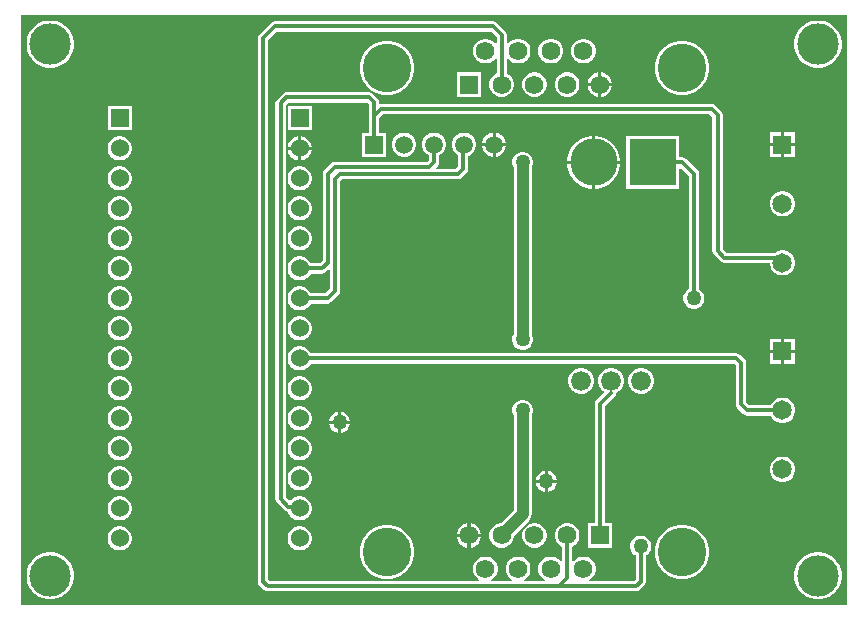
<source format=gbl>
G04*
G04 #@! TF.GenerationSoftware,Altium Limited,Altium Designer,22.8.2 (66)*
G04*
G04 Layer_Physical_Order=2*
G04 Layer_Color=16711680*
%FSLAX42Y42*%
%MOMM*%
G71*
G04*
G04 #@! TF.SameCoordinates,BE524959-8ACB-43EF-997A-26B96313BF78*
G04*
G04*
G04 #@! TF.FilePolarity,Positive*
G04*
G01*
G75*
%ADD35C,0.35*%
%ADD36C,1.00*%
%ADD37C,1.58*%
%ADD38R,4.00X4.00*%
%ADD39C,4.00*%
%ADD40C,3.50*%
%ADD41R,1.65X1.65*%
%ADD42C,1.65*%
%ADD43R,1.58X1.58*%
%ADD44C,4.12*%
%ADD45C,1.53*%
%ADD46R,1.53X1.53*%
%ADD47R,1.51X1.51*%
%ADD48C,1.51*%
%ADD49C,1.68*%
%ADD50C,1.27*%
G36*
X7000D02*
X0D01*
Y5000D01*
X7000D01*
Y0D01*
D02*
G37*
%LPC*%
G36*
X4000Y4944D02*
X2150D01*
X2133Y4940D01*
X2119Y4931D01*
X2019Y4831D01*
X2010Y4817D01*
X2006Y4800D01*
Y200D01*
X2010Y183D01*
X2019Y169D01*
X2059Y129D01*
X2073Y120D01*
X2090Y117D01*
X5210D01*
X5227Y120D01*
X5241Y129D01*
X5281Y169D01*
X5290Y183D01*
X5294Y200D01*
Y423D01*
X5305Y429D01*
X5321Y445D01*
X5333Y466D01*
X5339Y488D01*
Y512D01*
X5333Y534D01*
X5321Y555D01*
X5305Y571D01*
X5284Y583D01*
X5262Y589D01*
X5238D01*
X5216Y583D01*
X5195Y571D01*
X5179Y555D01*
X5167Y534D01*
X5161Y512D01*
Y488D01*
X5167Y466D01*
X5179Y445D01*
X5195Y429D01*
X5206Y423D01*
Y218D01*
X5192Y204D01*
X4819D01*
X4816Y217D01*
X4829Y225D01*
X4849Y244D01*
X4863Y268D01*
X4870Y294D01*
Y322D01*
X4863Y348D01*
X4849Y372D01*
X4829Y391D01*
X4806Y405D01*
X4779Y412D01*
X4752D01*
X4725Y405D01*
X4702Y391D01*
X4683Y373D01*
X4671Y375D01*
Y497D01*
X4691Y509D01*
X4710Y528D01*
X4724Y552D01*
X4731Y578D01*
Y606D01*
X4724Y632D01*
X4710Y656D01*
X4691Y675D01*
X4667Y689D01*
X4641Y696D01*
X4613D01*
X4587Y689D01*
X4563Y675D01*
X4544Y656D01*
X4530Y632D01*
X4523Y606D01*
Y578D01*
X4530Y552D01*
X4544Y528D01*
X4563Y509D01*
X4583Y497D01*
Y375D01*
X4571Y373D01*
X4552Y391D01*
X4529Y405D01*
X4502Y412D01*
X4475D01*
X4448Y405D01*
X4425Y391D01*
X4405Y372D01*
X4391Y348D01*
X4384Y322D01*
Y294D01*
X4391Y268D01*
X4405Y244D01*
X4425Y225D01*
X4438Y217D01*
X4435Y204D01*
X4265D01*
X4262Y217D01*
X4275Y225D01*
X4295Y244D01*
X4309Y268D01*
X4316Y294D01*
Y322D01*
X4309Y348D01*
X4295Y372D01*
X4275Y391D01*
X4252Y405D01*
X4225Y412D01*
X4198D01*
X4171Y405D01*
X4148Y391D01*
X4128Y372D01*
X4114Y348D01*
X4107Y322D01*
Y294D01*
X4114Y268D01*
X4128Y244D01*
X4148Y225D01*
X4161Y217D01*
X4158Y204D01*
X3988D01*
X3985Y217D01*
X3998Y225D01*
X4018Y244D01*
X4032Y268D01*
X4039Y294D01*
Y322D01*
X4032Y348D01*
X4018Y372D01*
X3998Y391D01*
X3975Y405D01*
X3948Y412D01*
X3921D01*
X3894Y405D01*
X3871Y391D01*
X3851Y372D01*
X3837Y348D01*
X3830Y322D01*
Y294D01*
X3837Y268D01*
X3851Y244D01*
X3871Y225D01*
X3884Y217D01*
X3881Y204D01*
X2108D01*
X2094Y218D01*
Y4782D01*
X2168Y4856D01*
X3982D01*
X4029Y4809D01*
Y4759D01*
X4017Y4757D01*
X3998Y4775D01*
X3975Y4789D01*
X3948Y4796D01*
X3921D01*
X3894Y4789D01*
X3871Y4775D01*
X3851Y4756D01*
X3837Y4732D01*
X3830Y4706D01*
Y4678D01*
X3837Y4652D01*
X3851Y4628D01*
X3871Y4609D01*
X3894Y4595D01*
X3921Y4588D01*
X3948D01*
X3975Y4595D01*
X3998Y4609D01*
X4017Y4627D01*
X4029Y4625D01*
Y4503D01*
X4009Y4491D01*
X3990Y4472D01*
X3976Y4448D01*
X3969Y4422D01*
Y4394D01*
X3976Y4368D01*
X3990Y4344D01*
X4009Y4325D01*
X4033Y4311D01*
X4059Y4304D01*
X4087D01*
X4113Y4311D01*
X4137Y4325D01*
X4156Y4344D01*
X4170Y4368D01*
X4177Y4394D01*
Y4422D01*
X4170Y4448D01*
X4156Y4472D01*
X4137Y4491D01*
X4117Y4503D01*
Y4625D01*
X4129Y4627D01*
X4148Y4609D01*
X4171Y4595D01*
X4198Y4588D01*
X4225D01*
X4252Y4595D01*
X4275Y4609D01*
X4295Y4628D01*
X4309Y4652D01*
X4316Y4678D01*
Y4706D01*
X4309Y4732D01*
X4295Y4756D01*
X4275Y4775D01*
X4252Y4789D01*
X4225Y4796D01*
X4198D01*
X4171Y4789D01*
X4148Y4775D01*
X4129Y4757D01*
X4117Y4759D01*
Y4827D01*
X4113Y4844D01*
X4104Y4858D01*
X4031Y4931D01*
X4017Y4940D01*
X4000Y4944D01*
D02*
G37*
G36*
X4779Y4796D02*
X4752D01*
X4725Y4789D01*
X4702Y4775D01*
X4682Y4756D01*
X4668Y4732D01*
X4661Y4706D01*
Y4678D01*
X4668Y4652D01*
X4682Y4628D01*
X4702Y4609D01*
X4725Y4595D01*
X4752Y4588D01*
X4779D01*
X4806Y4595D01*
X4829Y4609D01*
X4849Y4628D01*
X4863Y4652D01*
X4870Y4678D01*
Y4706D01*
X4863Y4732D01*
X4849Y4756D01*
X4829Y4775D01*
X4806Y4789D01*
X4779Y4796D01*
D02*
G37*
G36*
X4502D02*
X4475D01*
X4448Y4789D01*
X4425Y4775D01*
X4405Y4756D01*
X4391Y4732D01*
X4384Y4706D01*
Y4678D01*
X4391Y4652D01*
X4405Y4628D01*
X4425Y4609D01*
X4448Y4595D01*
X4475Y4588D01*
X4502D01*
X4529Y4595D01*
X4552Y4609D01*
X4572Y4628D01*
X4586Y4652D01*
X4593Y4678D01*
Y4706D01*
X4586Y4732D01*
X4572Y4756D01*
X4552Y4775D01*
X4529Y4789D01*
X4502Y4796D01*
D02*
G37*
G36*
X6770Y4950D02*
X6730D01*
X6692Y4943D01*
X6655Y4928D01*
X6622Y4906D01*
X6594Y4878D01*
X6572Y4845D01*
X6557Y4808D01*
X6550Y4770D01*
Y4730D01*
X6557Y4692D01*
X6572Y4655D01*
X6594Y4622D01*
X6622Y4594D01*
X6655Y4572D01*
X6692Y4557D01*
X6730Y4550D01*
X6770D01*
X6808Y4557D01*
X6845Y4572D01*
X6878Y4594D01*
X6906Y4622D01*
X6928Y4655D01*
X6943Y4692D01*
X6950Y4730D01*
Y4770D01*
X6943Y4808D01*
X6928Y4845D01*
X6906Y4878D01*
X6878Y4906D01*
X6845Y4928D01*
X6808Y4943D01*
X6770Y4950D01*
D02*
G37*
G36*
X270D02*
X230D01*
X192Y4943D01*
X155Y4928D01*
X122Y4906D01*
X94Y4878D01*
X72Y4845D01*
X57Y4808D01*
X50Y4770D01*
Y4730D01*
X57Y4692D01*
X72Y4655D01*
X94Y4622D01*
X122Y4594D01*
X155Y4572D01*
X192Y4557D01*
X230Y4550D01*
X270D01*
X308Y4557D01*
X345Y4572D01*
X378Y4594D01*
X406Y4622D01*
X428Y4655D01*
X443Y4692D01*
X450Y4730D01*
Y4770D01*
X443Y4808D01*
X428Y4845D01*
X406Y4878D01*
X378Y4906D01*
X345Y4928D01*
X308Y4943D01*
X270Y4950D01*
D02*
G37*
G36*
X4918Y4512D02*
X4917D01*
Y4421D01*
X5008D01*
Y4422D01*
X5001Y4448D01*
X4987Y4472D01*
X4968Y4491D01*
X4944Y4505D01*
X4918Y4512D01*
D02*
G37*
G36*
X4891D02*
X4890D01*
X4864Y4505D01*
X4840Y4491D01*
X4821Y4472D01*
X4807Y4448D01*
X4800Y4422D01*
Y4421D01*
X4891D01*
Y4512D01*
D02*
G37*
G36*
X5622Y4781D02*
X5577D01*
X5532Y4772D01*
X5490Y4755D01*
X5452Y4730D01*
X5420Y4697D01*
X5395Y4660D01*
X5377Y4617D01*
X5368Y4573D01*
Y4527D01*
X5377Y4483D01*
X5395Y4440D01*
X5420Y4403D01*
X5452Y4370D01*
X5490Y4345D01*
X5532Y4328D01*
X5577Y4319D01*
X5622D01*
X5667Y4328D01*
X5709Y4345D01*
X5747Y4370D01*
X5779Y4403D01*
X5804Y4440D01*
X5822Y4483D01*
X5831Y4527D01*
Y4573D01*
X5822Y4617D01*
X5804Y4660D01*
X5779Y4697D01*
X5747Y4730D01*
X5709Y4755D01*
X5667Y4772D01*
X5622Y4781D01*
D02*
G37*
G36*
X3123D02*
X3078D01*
X3033Y4772D01*
X2991Y4755D01*
X2953Y4730D01*
X2921Y4697D01*
X2896Y4660D01*
X2878Y4617D01*
X2869Y4573D01*
Y4527D01*
X2878Y4483D01*
X2896Y4440D01*
X2921Y4403D01*
X2953Y4370D01*
X2991Y4345D01*
X3033Y4328D01*
X3078Y4319D01*
X3123D01*
X3168Y4328D01*
X3210Y4345D01*
X3248Y4370D01*
X3280Y4403D01*
X3305Y4440D01*
X3323Y4483D01*
X3332Y4527D01*
Y4573D01*
X3323Y4617D01*
X3305Y4660D01*
X3280Y4697D01*
X3248Y4730D01*
X3210Y4755D01*
X3168Y4772D01*
X3123Y4781D01*
D02*
G37*
G36*
X5008Y4395D02*
X4917D01*
Y4304D01*
X4918D01*
X4944Y4311D01*
X4968Y4325D01*
X4987Y4344D01*
X5001Y4368D01*
X5008Y4394D01*
Y4395D01*
D02*
G37*
G36*
X4891D02*
X4800D01*
Y4394D01*
X4807Y4368D01*
X4821Y4344D01*
X4840Y4325D01*
X4864Y4311D01*
X4890Y4304D01*
X4891D01*
Y4395D01*
D02*
G37*
G36*
X4641Y4512D02*
X4613D01*
X4587Y4505D01*
X4563Y4491D01*
X4544Y4472D01*
X4530Y4448D01*
X4523Y4422D01*
Y4394D01*
X4530Y4368D01*
X4544Y4344D01*
X4563Y4325D01*
X4587Y4311D01*
X4613Y4304D01*
X4641D01*
X4667Y4311D01*
X4691Y4325D01*
X4710Y4344D01*
X4724Y4368D01*
X4731Y4394D01*
Y4422D01*
X4724Y4448D01*
X4710Y4472D01*
X4691Y4491D01*
X4667Y4505D01*
X4641Y4512D01*
D02*
G37*
G36*
X4364D02*
X4336D01*
X4310Y4505D01*
X4286Y4491D01*
X4267Y4472D01*
X4253Y4448D01*
X4246Y4422D01*
Y4394D01*
X4253Y4368D01*
X4267Y4344D01*
X4286Y4325D01*
X4310Y4311D01*
X4336Y4304D01*
X4364D01*
X4390Y4311D01*
X4414Y4325D01*
X4433Y4344D01*
X4447Y4368D01*
X4454Y4394D01*
Y4422D01*
X4447Y4448D01*
X4433Y4472D01*
X4414Y4491D01*
X4390Y4505D01*
X4364Y4512D01*
D02*
G37*
G36*
X3900D02*
X3692D01*
Y4304D01*
X3900D01*
Y4512D01*
D02*
G37*
G36*
X2464Y4223D02*
X2260D01*
Y4020D01*
X2464D01*
Y4223D01*
D02*
G37*
G36*
X940D02*
X736D01*
Y4020D01*
X940D01*
Y4223D01*
D02*
G37*
G36*
X4021Y4001D02*
X4021D01*
Y3913D01*
X4109D01*
Y3913D01*
X4102Y3939D01*
X4089Y3962D01*
X4070Y3981D01*
X4047Y3994D01*
X4021Y4001D01*
D02*
G37*
G36*
X3995D02*
X3995D01*
X3969Y3994D01*
X3946Y3981D01*
X3927Y3962D01*
X3914Y3939D01*
X3907Y3913D01*
Y3913D01*
X3995D01*
Y4001D01*
D02*
G37*
G36*
X6558Y4008D02*
X6463D01*
Y3913D01*
X6558D01*
Y4008D01*
D02*
G37*
G36*
X6437D02*
X6342D01*
Y3913D01*
X6437D01*
Y4008D01*
D02*
G37*
G36*
X2375Y3969D02*
X2375D01*
Y3880D01*
X2464D01*
Y3881D01*
X2457Y3907D01*
X2444Y3930D01*
X2425Y3949D01*
X2401Y3962D01*
X2375Y3969D01*
D02*
G37*
G36*
X2349D02*
X2349D01*
X2323Y3962D01*
X2299Y3949D01*
X2280Y3930D01*
X2267Y3907D01*
X2260Y3881D01*
Y3880D01*
X2349D01*
Y3969D01*
D02*
G37*
G36*
X4109Y3887D02*
X4021D01*
Y3799D01*
X4021D01*
X4047Y3806D01*
X4070Y3819D01*
X4089Y3838D01*
X4102Y3861D01*
X4109Y3887D01*
Y3887D01*
D02*
G37*
G36*
X3995D02*
X3907D01*
Y3887D01*
X3914Y3861D01*
X3927Y3838D01*
X3946Y3819D01*
X3969Y3806D01*
X3995Y3799D01*
X3995D01*
Y3887D01*
D02*
G37*
G36*
X3259Y4001D02*
X3233D01*
X3207Y3994D01*
X3184Y3981D01*
X3165Y3962D01*
X3152Y3939D01*
X3145Y3913D01*
Y3887D01*
X3152Y3861D01*
X3165Y3838D01*
X3184Y3819D01*
X3207Y3806D01*
X3233Y3799D01*
X3259D01*
X3285Y3806D01*
X3308Y3819D01*
X3327Y3838D01*
X3340Y3861D01*
X3347Y3887D01*
Y3913D01*
X3340Y3939D01*
X3327Y3962D01*
X3308Y3981D01*
X3285Y3994D01*
X3259Y4001D01*
D02*
G37*
G36*
X6558Y3887D02*
X6463D01*
Y3792D01*
X6558D01*
Y3887D01*
D02*
G37*
G36*
X6437D02*
X6342D01*
Y3792D01*
X6437D01*
Y3887D01*
D02*
G37*
G36*
X2464Y3855D02*
X2375D01*
Y3766D01*
X2375D01*
X2401Y3773D01*
X2425Y3786D01*
X2444Y3805D01*
X2457Y3828D01*
X2464Y3854D01*
Y3855D01*
D02*
G37*
G36*
X2349D02*
X2260D01*
Y3854D01*
X2267Y3828D01*
X2280Y3805D01*
X2299Y3786D01*
X2323Y3773D01*
X2349Y3766D01*
X2349D01*
Y3855D01*
D02*
G37*
G36*
X851Y3969D02*
X825D01*
X799Y3962D01*
X775Y3949D01*
X756Y3930D01*
X743Y3907D01*
X736Y3881D01*
Y3854D01*
X743Y3828D01*
X756Y3805D01*
X775Y3786D01*
X799Y3773D01*
X825Y3766D01*
X851D01*
X877Y3773D01*
X901Y3786D01*
X920Y3805D01*
X933Y3828D01*
X940Y3854D01*
Y3881D01*
X933Y3907D01*
X920Y3930D01*
X901Y3949D01*
X877Y3962D01*
X851Y3969D01*
D02*
G37*
G36*
X4872Y3975D02*
X4863D01*
Y3763D01*
X5075D01*
Y3772D01*
X5067Y3816D01*
X5050Y3857D01*
X5025Y3894D01*
X4994Y3925D01*
X4957Y3950D01*
X4916Y3967D01*
X4872Y3975D01*
D02*
G37*
G36*
X4837D02*
X4828D01*
X4784Y3967D01*
X4743Y3950D01*
X4706Y3925D01*
X4675Y3894D01*
X4650Y3857D01*
X4633Y3816D01*
X4625Y3772D01*
Y3763D01*
X4837D01*
Y3975D01*
D02*
G37*
G36*
X3767Y4001D02*
X3741D01*
X3715Y3994D01*
X3692Y3981D01*
X3673Y3962D01*
X3660Y3939D01*
X3653Y3913D01*
Y3887D01*
X3660Y3861D01*
X3673Y3838D01*
X3692Y3819D01*
X3703Y3813D01*
Y3715D01*
X3682Y3694D01*
X3522D01*
X3517Y3705D01*
X3531Y3719D01*
X3540Y3733D01*
X3544Y3750D01*
Y3809D01*
X3562Y3819D01*
X3581Y3838D01*
X3594Y3861D01*
X3601Y3887D01*
Y3913D01*
X3594Y3939D01*
X3581Y3962D01*
X3562Y3981D01*
X3539Y3994D01*
X3513Y4001D01*
X3487D01*
X3461Y3994D01*
X3438Y3981D01*
X3419Y3962D01*
X3406Y3939D01*
X3399Y3913D01*
Y3887D01*
X3406Y3861D01*
X3419Y3838D01*
X3438Y3819D01*
X3456Y3809D01*
Y3768D01*
X3442Y3754D01*
X2660D01*
X2644Y3751D01*
X2629Y3741D01*
X2569Y3681D01*
X2560Y3667D01*
X2556Y3650D01*
Y2918D01*
X2533Y2895D01*
X2454D01*
X2444Y2914D01*
X2425Y2933D01*
X2401Y2946D01*
X2375Y2953D01*
X2349D01*
X2323Y2946D01*
X2299Y2933D01*
X2280Y2914D01*
X2267Y2891D01*
X2260Y2865D01*
Y2838D01*
X2267Y2812D01*
X2280Y2789D01*
X2299Y2770D01*
X2323Y2757D01*
X2349Y2750D01*
X2375D01*
X2401Y2757D01*
X2425Y2770D01*
X2444Y2789D01*
X2454Y2808D01*
X2551D01*
X2568Y2811D01*
X2582Y2821D01*
X2605Y2843D01*
X2617Y2838D01*
Y2679D01*
X2579Y2641D01*
X2454D01*
X2444Y2660D01*
X2425Y2679D01*
X2401Y2692D01*
X2375Y2699D01*
X2349D01*
X2323Y2692D01*
X2299Y2679D01*
X2280Y2660D01*
X2267Y2637D01*
X2260Y2611D01*
Y2584D01*
X2267Y2558D01*
X2280Y2535D01*
X2299Y2516D01*
X2323Y2503D01*
X2349Y2496D01*
X2375D01*
X2401Y2503D01*
X2425Y2516D01*
X2444Y2535D01*
X2454Y2554D01*
X2598D01*
X2614Y2557D01*
X2628Y2567D01*
X2691Y2629D01*
X2701Y2644D01*
X2704Y2660D01*
Y3592D01*
X2718Y3606D01*
X3700D01*
X3717Y3610D01*
X3731Y3619D01*
X3777Y3666D01*
X3787Y3680D01*
X3790Y3697D01*
Y3805D01*
X3793Y3806D01*
X3816Y3819D01*
X3835Y3838D01*
X3848Y3861D01*
X3855Y3887D01*
Y3913D01*
X3848Y3939D01*
X3835Y3962D01*
X3816Y3981D01*
X3793Y3994D01*
X3767Y4001D01*
D02*
G37*
G36*
X5075Y3737D02*
X4863D01*
Y3525D01*
X4872D01*
X4916Y3533D01*
X4957Y3550D01*
X4994Y3575D01*
X5025Y3606D01*
X5050Y3643D01*
X5067Y3684D01*
X5075Y3728D01*
Y3737D01*
D02*
G37*
G36*
X4837D02*
X4625D01*
Y3728D01*
X4633Y3684D01*
X4650Y3643D01*
X4675Y3606D01*
X4706Y3575D01*
X4743Y3550D01*
X4784Y3533D01*
X4828Y3525D01*
X4837D01*
Y3737D01*
D02*
G37*
G36*
X2375Y3715D02*
X2349D01*
X2323Y3708D01*
X2299Y3695D01*
X2280Y3676D01*
X2267Y3653D01*
X2260Y3627D01*
Y3600D01*
X2267Y3574D01*
X2280Y3551D01*
X2299Y3532D01*
X2323Y3519D01*
X2349Y3512D01*
X2375D01*
X2401Y3519D01*
X2425Y3532D01*
X2444Y3551D01*
X2457Y3574D01*
X2464Y3600D01*
Y3627D01*
X2457Y3653D01*
X2444Y3676D01*
X2425Y3695D01*
X2401Y3708D01*
X2375Y3715D01*
D02*
G37*
G36*
X851D02*
X825D01*
X799Y3708D01*
X775Y3695D01*
X756Y3676D01*
X743Y3653D01*
X736Y3627D01*
Y3600D01*
X743Y3574D01*
X756Y3551D01*
X775Y3532D01*
X799Y3519D01*
X825Y3512D01*
X851D01*
X877Y3519D01*
X901Y3532D01*
X920Y3551D01*
X933Y3574D01*
X940Y3600D01*
Y3627D01*
X933Y3653D01*
X920Y3676D01*
X901Y3695D01*
X877Y3708D01*
X851Y3715D01*
D02*
G37*
G36*
X6464Y3508D02*
X6436D01*
X6408Y3501D01*
X6384Y3486D01*
X6364Y3466D01*
X6349Y3442D01*
X6342Y3414D01*
Y3386D01*
X6349Y3358D01*
X6364Y3334D01*
X6384Y3314D01*
X6408Y3299D01*
X6436Y3292D01*
X6464D01*
X6492Y3299D01*
X6516Y3314D01*
X6536Y3334D01*
X6551Y3358D01*
X6558Y3386D01*
Y3414D01*
X6551Y3442D01*
X6536Y3466D01*
X6516Y3486D01*
X6492Y3501D01*
X6464Y3508D01*
D02*
G37*
G36*
X2375Y3461D02*
X2349D01*
X2323Y3454D01*
X2299Y3441D01*
X2280Y3422D01*
X2267Y3399D01*
X2260Y3373D01*
Y3346D01*
X2267Y3320D01*
X2280Y3297D01*
X2299Y3278D01*
X2323Y3265D01*
X2349Y3258D01*
X2375D01*
X2401Y3265D01*
X2425Y3278D01*
X2444Y3297D01*
X2457Y3320D01*
X2464Y3346D01*
Y3373D01*
X2457Y3399D01*
X2444Y3422D01*
X2425Y3441D01*
X2401Y3454D01*
X2375Y3461D01*
D02*
G37*
G36*
X851D02*
X825D01*
X799Y3454D01*
X775Y3441D01*
X756Y3422D01*
X743Y3399D01*
X736Y3373D01*
Y3346D01*
X743Y3320D01*
X756Y3297D01*
X775Y3278D01*
X799Y3265D01*
X825Y3258D01*
X851D01*
X877Y3265D01*
X901Y3278D01*
X920Y3297D01*
X933Y3320D01*
X940Y3346D01*
Y3373D01*
X933Y3399D01*
X920Y3422D01*
X901Y3441D01*
X877Y3454D01*
X851Y3461D01*
D02*
G37*
G36*
X2375Y3207D02*
X2349D01*
X2323Y3200D01*
X2299Y3187D01*
X2280Y3168D01*
X2267Y3145D01*
X2260Y3119D01*
Y3092D01*
X2267Y3066D01*
X2280Y3043D01*
X2299Y3024D01*
X2323Y3011D01*
X2349Y3004D01*
X2375D01*
X2401Y3011D01*
X2425Y3024D01*
X2444Y3043D01*
X2457Y3066D01*
X2464Y3092D01*
Y3119D01*
X2457Y3145D01*
X2444Y3168D01*
X2425Y3187D01*
X2401Y3200D01*
X2375Y3207D01*
D02*
G37*
G36*
X851D02*
X825D01*
X799Y3200D01*
X775Y3187D01*
X756Y3168D01*
X743Y3145D01*
X736Y3119D01*
Y3092D01*
X743Y3066D01*
X756Y3043D01*
X775Y3024D01*
X799Y3011D01*
X825Y3004D01*
X851D01*
X877Y3011D01*
X901Y3024D01*
X920Y3043D01*
X933Y3066D01*
X940Y3092D01*
Y3119D01*
X933Y3145D01*
X920Y3168D01*
X901Y3187D01*
X877Y3200D01*
X851Y3207D01*
D02*
G37*
G36*
X2950Y4344D02*
X2250D01*
X2233Y4340D01*
X2219Y4331D01*
X2169Y4281D01*
X2160Y4267D01*
X2156Y4250D01*
Y900D01*
X2160Y883D01*
X2169Y869D01*
X2234Y804D01*
X2248Y795D01*
X2264Y791D01*
X2267Y780D01*
X2280Y757D01*
X2299Y738D01*
X2323Y725D01*
X2349Y718D01*
X2375D01*
X2401Y725D01*
X2425Y738D01*
X2444Y757D01*
X2457Y780D01*
X2464Y806D01*
Y833D01*
X2457Y859D01*
X2444Y882D01*
X2425Y901D01*
X2401Y914D01*
X2375Y921D01*
X2349D01*
X2323Y914D01*
X2299Y901D01*
X2289Y891D01*
X2271Y891D01*
X2244Y918D01*
Y4232D01*
X2268Y4256D01*
X2932D01*
X2948Y4240D01*
Y4142D01*
Y4001D01*
X2891D01*
Y3799D01*
X3093D01*
Y4001D01*
X3036D01*
Y4124D01*
X3068Y4156D01*
X5832D01*
X5856Y4132D01*
Y3000D01*
X5860Y2983D01*
X5869Y2969D01*
X5927Y2911D01*
X5941Y2902D01*
X5958Y2898D01*
X6342D01*
Y2886D01*
X6349Y2858D01*
X6364Y2834D01*
X6384Y2814D01*
X6408Y2799D01*
X6436Y2792D01*
X6464D01*
X6492Y2799D01*
X6516Y2814D01*
X6536Y2834D01*
X6551Y2858D01*
X6558Y2886D01*
Y2914D01*
X6551Y2942D01*
X6536Y2966D01*
X6516Y2986D01*
X6492Y3001D01*
X6464Y3008D01*
X6436D01*
X6408Y3001D01*
X6384Y2986D01*
X6383Y2986D01*
X5976D01*
X5944Y3018D01*
Y4150D01*
X5940Y4167D01*
X5931Y4181D01*
X5881Y4231D01*
X5867Y4240D01*
X5850Y4244D01*
X3050D01*
X3046Y4243D01*
X3036Y4251D01*
Y4258D01*
X3032Y4275D01*
X3023Y4289D01*
X2981Y4331D01*
X2967Y4340D01*
X2950Y4344D01*
D02*
G37*
G36*
X851Y2953D02*
X825D01*
X799Y2946D01*
X775Y2933D01*
X756Y2914D01*
X743Y2891D01*
X736Y2865D01*
Y2838D01*
X743Y2812D01*
X756Y2789D01*
X775Y2770D01*
X799Y2757D01*
X825Y2750D01*
X851D01*
X877Y2757D01*
X901Y2770D01*
X920Y2789D01*
X933Y2812D01*
X940Y2838D01*
Y2865D01*
X933Y2891D01*
X920Y2914D01*
X901Y2933D01*
X877Y2946D01*
X851Y2953D01*
D02*
G37*
G36*
X5575Y3975D02*
X5125D01*
Y3525D01*
X5575D01*
Y3695D01*
X5588Y3700D01*
X5656Y3632D01*
Y2677D01*
X5645Y2671D01*
X5629Y2655D01*
X5617Y2634D01*
X5611Y2612D01*
Y2588D01*
X5617Y2566D01*
X5629Y2545D01*
X5645Y2529D01*
X5666Y2517D01*
X5688Y2511D01*
X5712D01*
X5734Y2517D01*
X5755Y2529D01*
X5771Y2545D01*
X5783Y2566D01*
X5789Y2588D01*
Y2612D01*
X5783Y2634D01*
X5771Y2655D01*
X5755Y2671D01*
X5744Y2677D01*
Y3650D01*
X5740Y3667D01*
X5731Y3681D01*
X5631Y3781D01*
X5617Y3790D01*
X5600Y3794D01*
X5575D01*
Y3975D01*
D02*
G37*
G36*
X851Y2699D02*
X825D01*
X799Y2692D01*
X775Y2679D01*
X756Y2660D01*
X743Y2637D01*
X736Y2611D01*
Y2584D01*
X743Y2558D01*
X756Y2535D01*
X775Y2516D01*
X799Y2503D01*
X825Y2496D01*
X851D01*
X877Y2503D01*
X901Y2516D01*
X920Y2535D01*
X933Y2558D01*
X940Y2584D01*
Y2611D01*
X933Y2637D01*
X920Y2660D01*
X901Y2679D01*
X877Y2692D01*
X851Y2699D01*
D02*
G37*
G36*
X2375Y2445D02*
X2349D01*
X2323Y2438D01*
X2299Y2425D01*
X2280Y2406D01*
X2267Y2383D01*
X2260Y2357D01*
Y2330D01*
X2267Y2304D01*
X2280Y2281D01*
X2299Y2262D01*
X2323Y2249D01*
X2349Y2242D01*
X2375D01*
X2401Y2249D01*
X2425Y2262D01*
X2444Y2281D01*
X2457Y2304D01*
X2464Y2330D01*
Y2357D01*
X2457Y2383D01*
X2444Y2406D01*
X2425Y2425D01*
X2401Y2438D01*
X2375Y2445D01*
D02*
G37*
G36*
X851D02*
X825D01*
X799Y2438D01*
X775Y2425D01*
X756Y2406D01*
X743Y2383D01*
X736Y2357D01*
Y2330D01*
X743Y2304D01*
X756Y2281D01*
X775Y2262D01*
X799Y2249D01*
X825Y2242D01*
X851D01*
X877Y2249D01*
X901Y2262D01*
X920Y2281D01*
X933Y2304D01*
X940Y2330D01*
Y2357D01*
X933Y2383D01*
X920Y2406D01*
X901Y2425D01*
X877Y2438D01*
X851Y2445D01*
D02*
G37*
G36*
X6558Y2258D02*
X6463D01*
Y2163D01*
X6558D01*
Y2258D01*
D02*
G37*
G36*
X6437D02*
X6342D01*
Y2163D01*
X6437D01*
Y2258D01*
D02*
G37*
G36*
X4262Y3839D02*
X4238D01*
X4216Y3833D01*
X4195Y3821D01*
X4179Y3805D01*
X4167Y3784D01*
X4161Y3762D01*
Y3738D01*
X4167Y3716D01*
X4174Y3704D01*
Y2296D01*
X4167Y2284D01*
X4161Y2262D01*
Y2238D01*
X4167Y2216D01*
X4179Y2195D01*
X4195Y2179D01*
X4216Y2167D01*
X4238Y2161D01*
X4262D01*
X4284Y2167D01*
X4305Y2179D01*
X4321Y2195D01*
X4333Y2216D01*
X4339Y2238D01*
Y2262D01*
X4333Y2284D01*
X4326Y2296D01*
Y3704D01*
X4333Y3716D01*
X4339Y3738D01*
Y3762D01*
X4333Y3784D01*
X4321Y3805D01*
X4305Y3821D01*
X4284Y3833D01*
X4262Y3839D01*
D02*
G37*
G36*
X6558Y2137D02*
X6463D01*
Y2042D01*
X6558D01*
Y2137D01*
D02*
G37*
G36*
X6437D02*
X6342D01*
Y2042D01*
X6437D01*
Y2137D01*
D02*
G37*
G36*
X851Y2191D02*
X825D01*
X799Y2184D01*
X775Y2171D01*
X756Y2152D01*
X743Y2129D01*
X736Y2103D01*
Y2076D01*
X743Y2050D01*
X756Y2027D01*
X775Y2008D01*
X799Y1995D01*
X825Y1988D01*
X851D01*
X877Y1995D01*
X901Y2008D01*
X920Y2027D01*
X933Y2050D01*
X940Y2076D01*
Y2103D01*
X933Y2129D01*
X920Y2152D01*
X901Y2171D01*
X877Y2184D01*
X851Y2191D01*
D02*
G37*
G36*
X5268Y2009D02*
X5240D01*
X5212Y2002D01*
X5187Y1987D01*
X5167Y1967D01*
X5152Y1942D01*
X5145Y1914D01*
Y1886D01*
X5152Y1858D01*
X5167Y1833D01*
X5187Y1813D01*
X5212Y1798D01*
X5240Y1791D01*
X5268D01*
X5296Y1798D01*
X5321Y1813D01*
X5341Y1833D01*
X5356Y1858D01*
X5363Y1886D01*
Y1914D01*
X5356Y1942D01*
X5341Y1967D01*
X5321Y1987D01*
X5296Y2002D01*
X5268Y2009D01*
D02*
G37*
G36*
X4760D02*
X4732D01*
X4704Y2002D01*
X4679Y1987D01*
X4659Y1967D01*
X4644Y1942D01*
X4637Y1914D01*
Y1886D01*
X4644Y1858D01*
X4659Y1833D01*
X4679Y1813D01*
X4704Y1798D01*
X4732Y1791D01*
X4760D01*
X4788Y1798D01*
X4813Y1813D01*
X4833Y1833D01*
X4848Y1858D01*
X4855Y1886D01*
Y1914D01*
X4848Y1942D01*
X4833Y1967D01*
X4813Y1987D01*
X4788Y2002D01*
X4760Y2009D01*
D02*
G37*
G36*
X2375Y1937D02*
X2349D01*
X2323Y1930D01*
X2299Y1917D01*
X2280Y1898D01*
X2267Y1875D01*
X2260Y1849D01*
Y1822D01*
X2267Y1796D01*
X2280Y1773D01*
X2299Y1754D01*
X2323Y1741D01*
X2349Y1734D01*
X2375D01*
X2401Y1741D01*
X2425Y1754D01*
X2444Y1773D01*
X2457Y1796D01*
X2464Y1822D01*
Y1849D01*
X2457Y1875D01*
X2444Y1898D01*
X2425Y1917D01*
X2401Y1930D01*
X2375Y1937D01*
D02*
G37*
G36*
X851D02*
X825D01*
X799Y1930D01*
X775Y1917D01*
X756Y1898D01*
X743Y1875D01*
X736Y1849D01*
Y1822D01*
X743Y1796D01*
X756Y1773D01*
X775Y1754D01*
X799Y1741D01*
X825Y1734D01*
X851D01*
X877Y1741D01*
X901Y1754D01*
X920Y1773D01*
X933Y1796D01*
X940Y1822D01*
Y1849D01*
X933Y1875D01*
X920Y1898D01*
X901Y1917D01*
X877Y1930D01*
X851Y1937D01*
D02*
G37*
G36*
X2713Y1639D02*
Y1563D01*
X2789D01*
X2783Y1584D01*
X2771Y1605D01*
X2755Y1621D01*
X2734Y1633D01*
X2713Y1639D01*
D02*
G37*
G36*
X2687D02*
X2666Y1633D01*
X2645Y1621D01*
X2629Y1605D01*
X2617Y1584D01*
X2611Y1563D01*
X2687D01*
Y1639D01*
D02*
G37*
G36*
X2375Y2191D02*
X2349D01*
X2323Y2184D01*
X2299Y2171D01*
X2280Y2152D01*
X2267Y2129D01*
X2260Y2103D01*
Y2076D01*
X2267Y2050D01*
X2280Y2027D01*
X2299Y2008D01*
X2323Y1995D01*
X2349Y1988D01*
X2375D01*
X2401Y1995D01*
X2425Y2008D01*
X2444Y2027D01*
X2454Y2046D01*
X6042D01*
X6056Y2032D01*
Y1700D01*
X6060Y1683D01*
X6069Y1669D01*
X6119Y1619D01*
X6133Y1610D01*
X6150Y1606D01*
X6351D01*
X6364Y1584D01*
X6384Y1564D01*
X6408Y1549D01*
X6436Y1542D01*
X6464D01*
X6492Y1549D01*
X6516Y1564D01*
X6536Y1584D01*
X6551Y1608D01*
X6558Y1636D01*
Y1664D01*
X6551Y1692D01*
X6536Y1716D01*
X6516Y1736D01*
X6492Y1751D01*
X6464Y1758D01*
X6436D01*
X6408Y1751D01*
X6384Y1736D01*
X6364Y1716D01*
X6351Y1694D01*
X6168D01*
X6144Y1718D01*
Y2050D01*
X6140Y2067D01*
X6131Y2081D01*
X6091Y2120D01*
X6077Y2130D01*
X6060Y2133D01*
X2454D01*
X2444Y2152D01*
X2425Y2171D01*
X2401Y2184D01*
X2375Y2191D01*
D02*
G37*
G36*
Y1683D02*
X2349D01*
X2323Y1676D01*
X2299Y1663D01*
X2280Y1644D01*
X2267Y1621D01*
X2260Y1595D01*
Y1568D01*
X2267Y1542D01*
X2280Y1519D01*
X2299Y1500D01*
X2323Y1487D01*
X2349Y1480D01*
X2375D01*
X2401Y1487D01*
X2425Y1500D01*
X2444Y1519D01*
X2457Y1542D01*
X2464Y1568D01*
Y1595D01*
X2457Y1621D01*
X2444Y1644D01*
X2425Y1663D01*
X2401Y1676D01*
X2375Y1683D01*
D02*
G37*
G36*
X851D02*
X825D01*
X799Y1676D01*
X775Y1663D01*
X756Y1644D01*
X743Y1621D01*
X736Y1595D01*
Y1568D01*
X743Y1542D01*
X756Y1519D01*
X775Y1500D01*
X799Y1487D01*
X825Y1480D01*
X851D01*
X877Y1487D01*
X901Y1500D01*
X920Y1519D01*
X933Y1542D01*
X940Y1568D01*
Y1595D01*
X933Y1621D01*
X920Y1644D01*
X901Y1663D01*
X877Y1676D01*
X851Y1683D01*
D02*
G37*
G36*
X2789Y1537D02*
X2713D01*
Y1461D01*
X2734Y1467D01*
X2755Y1479D01*
X2771Y1495D01*
X2783Y1516D01*
X2789Y1537D01*
D02*
G37*
G36*
X2687D02*
X2611D01*
X2617Y1516D01*
X2629Y1495D01*
X2645Y1479D01*
X2666Y1467D01*
X2687Y1461D01*
Y1537D01*
D02*
G37*
G36*
X2375Y1429D02*
X2349D01*
X2323Y1422D01*
X2299Y1409D01*
X2280Y1390D01*
X2267Y1367D01*
X2260Y1341D01*
Y1314D01*
X2267Y1288D01*
X2280Y1265D01*
X2299Y1246D01*
X2323Y1233D01*
X2349Y1226D01*
X2375D01*
X2401Y1233D01*
X2425Y1246D01*
X2444Y1265D01*
X2457Y1288D01*
X2464Y1314D01*
Y1341D01*
X2457Y1367D01*
X2444Y1390D01*
X2425Y1409D01*
X2401Y1422D01*
X2375Y1429D01*
D02*
G37*
G36*
X851D02*
X825D01*
X799Y1422D01*
X775Y1409D01*
X756Y1390D01*
X743Y1367D01*
X736Y1341D01*
Y1314D01*
X743Y1288D01*
X756Y1265D01*
X775Y1246D01*
X799Y1233D01*
X825Y1226D01*
X851D01*
X877Y1233D01*
X901Y1246D01*
X920Y1265D01*
X933Y1288D01*
X940Y1314D01*
Y1341D01*
X933Y1367D01*
X920Y1390D01*
X901Y1409D01*
X877Y1422D01*
X851Y1429D01*
D02*
G37*
G36*
X4463Y1139D02*
Y1063D01*
X4539D01*
X4533Y1084D01*
X4521Y1105D01*
X4505Y1121D01*
X4484Y1133D01*
X4463Y1139D01*
D02*
G37*
G36*
X4437D02*
X4416Y1133D01*
X4395Y1121D01*
X4379Y1105D01*
X4367Y1084D01*
X4361Y1063D01*
X4437D01*
Y1139D01*
D02*
G37*
G36*
X6464Y1258D02*
X6436D01*
X6408Y1251D01*
X6384Y1236D01*
X6364Y1216D01*
X6349Y1192D01*
X6342Y1164D01*
Y1136D01*
X6349Y1108D01*
X6364Y1084D01*
X6384Y1064D01*
X6408Y1049D01*
X6436Y1042D01*
X6464D01*
X6492Y1049D01*
X6516Y1064D01*
X6536Y1084D01*
X6551Y1108D01*
X6558Y1136D01*
Y1164D01*
X6551Y1192D01*
X6536Y1216D01*
X6516Y1236D01*
X6492Y1251D01*
X6464Y1258D01*
D02*
G37*
G36*
X2375Y1175D02*
X2349D01*
X2323Y1168D01*
X2299Y1155D01*
X2280Y1136D01*
X2267Y1113D01*
X2260Y1087D01*
Y1060D01*
X2267Y1034D01*
X2280Y1011D01*
X2299Y992D01*
X2323Y979D01*
X2349Y972D01*
X2375D01*
X2401Y979D01*
X2425Y992D01*
X2444Y1011D01*
X2457Y1034D01*
X2464Y1060D01*
Y1087D01*
X2457Y1113D01*
X2444Y1136D01*
X2425Y1155D01*
X2401Y1168D01*
X2375Y1175D01*
D02*
G37*
G36*
X851D02*
X825D01*
X799Y1168D01*
X775Y1155D01*
X756Y1136D01*
X743Y1113D01*
X736Y1087D01*
Y1060D01*
X743Y1034D01*
X756Y1011D01*
X775Y992D01*
X799Y979D01*
X825Y972D01*
X851D01*
X877Y979D01*
X901Y992D01*
X920Y1011D01*
X933Y1034D01*
X940Y1060D01*
Y1087D01*
X933Y1113D01*
X920Y1136D01*
X901Y1155D01*
X877Y1168D01*
X851Y1175D01*
D02*
G37*
G36*
X4539Y1037D02*
X4463D01*
Y961D01*
X4484Y967D01*
X4505Y979D01*
X4521Y995D01*
X4533Y1016D01*
X4539Y1037D01*
D02*
G37*
G36*
X4437D02*
X4361D01*
X4367Y1016D01*
X4379Y995D01*
X4395Y979D01*
X4416Y967D01*
X4437Y961D01*
Y1037D01*
D02*
G37*
G36*
X851Y921D02*
X825D01*
X799Y914D01*
X775Y901D01*
X756Y882D01*
X743Y859D01*
X736Y833D01*
Y806D01*
X743Y780D01*
X756Y757D01*
X775Y738D01*
X799Y725D01*
X825Y718D01*
X851D01*
X877Y725D01*
X901Y738D01*
X920Y757D01*
X933Y780D01*
X940Y806D01*
Y833D01*
X933Y859D01*
X920Y882D01*
X901Y901D01*
X877Y914D01*
X851Y921D01*
D02*
G37*
G36*
X3810Y696D02*
X3809D01*
Y605D01*
X3900D01*
Y606D01*
X3893Y632D01*
X3879Y656D01*
X3860Y675D01*
X3836Y689D01*
X3810Y696D01*
D02*
G37*
G36*
X3783D02*
X3782D01*
X3756Y689D01*
X3732Y675D01*
X3713Y656D01*
X3699Y632D01*
X3692Y606D01*
Y605D01*
X3783D01*
Y696D01*
D02*
G37*
G36*
X5014Y2009D02*
X4986D01*
X4958Y2002D01*
X4933Y1987D01*
X4913Y1967D01*
X4898Y1942D01*
X4891Y1914D01*
Y1886D01*
X4898Y1858D01*
X4913Y1833D01*
X4933Y1813D01*
X4936Y1811D01*
X4937Y1798D01*
X4873Y1734D01*
X4864Y1720D01*
X4860Y1703D01*
Y696D01*
X4800D01*
Y488D01*
X5008D01*
Y696D01*
X4948D01*
Y1685D01*
X5031Y1768D01*
X5040Y1782D01*
X5044Y1799D01*
X5067Y1813D01*
X5087Y1833D01*
X5102Y1858D01*
X5109Y1886D01*
Y1914D01*
X5102Y1942D01*
X5087Y1967D01*
X5067Y1987D01*
X5042Y2002D01*
X5014Y2009D01*
D02*
G37*
G36*
X4364Y696D02*
X4336D01*
X4310Y689D01*
X4286Y675D01*
X4267Y656D01*
X4253Y632D01*
X4246Y606D01*
Y578D01*
X4253Y552D01*
X4267Y528D01*
X4286Y509D01*
X4310Y495D01*
X4336Y488D01*
X4364D01*
X4390Y495D01*
X4414Y509D01*
X4433Y528D01*
X4447Y552D01*
X4454Y578D01*
Y606D01*
X4447Y632D01*
X4433Y656D01*
X4414Y675D01*
X4390Y689D01*
X4364Y696D01*
D02*
G37*
G36*
X4262Y1739D02*
X4238D01*
X4216Y1733D01*
X4195Y1721D01*
X4179Y1705D01*
X4167Y1684D01*
X4161Y1662D01*
Y1638D01*
X4167Y1616D01*
X4174Y1604D01*
Y801D01*
X4070Y696D01*
X4059D01*
X4033Y689D01*
X4009Y675D01*
X3990Y656D01*
X3976Y632D01*
X3969Y606D01*
Y578D01*
X3976Y552D01*
X3990Y528D01*
X4009Y509D01*
X4033Y495D01*
X4059Y488D01*
X4087D01*
X4113Y495D01*
X4137Y509D01*
X4156Y528D01*
X4170Y552D01*
X4177Y578D01*
Y589D01*
X4304Y715D01*
X4316Y731D01*
X4323Y749D01*
X4326Y769D01*
Y1604D01*
X4333Y1616D01*
X4339Y1638D01*
Y1662D01*
X4333Y1684D01*
X4321Y1705D01*
X4305Y1721D01*
X4284Y1733D01*
X4262Y1739D01*
D02*
G37*
G36*
X3900Y579D02*
X3809D01*
Y488D01*
X3810D01*
X3836Y495D01*
X3860Y509D01*
X3879Y528D01*
X3893Y552D01*
X3900Y578D01*
Y579D01*
D02*
G37*
G36*
X3783D02*
X3692D01*
Y578D01*
X3699Y552D01*
X3713Y528D01*
X3732Y509D01*
X3756Y495D01*
X3782Y488D01*
X3783D01*
Y579D01*
D02*
G37*
G36*
X2375Y667D02*
X2349D01*
X2323Y660D01*
X2299Y647D01*
X2280Y628D01*
X2267Y605D01*
X2260Y579D01*
Y552D01*
X2267Y526D01*
X2280Y503D01*
X2299Y484D01*
X2323Y471D01*
X2349Y464D01*
X2375D01*
X2401Y471D01*
X2425Y484D01*
X2444Y503D01*
X2457Y526D01*
X2464Y552D01*
Y579D01*
X2457Y605D01*
X2444Y628D01*
X2425Y647D01*
X2401Y660D01*
X2375Y667D01*
D02*
G37*
G36*
X851D02*
X825D01*
X799Y660D01*
X775Y647D01*
X756Y628D01*
X743Y605D01*
X736Y579D01*
Y552D01*
X743Y526D01*
X756Y503D01*
X775Y484D01*
X799Y471D01*
X825Y464D01*
X851D01*
X877Y471D01*
X901Y484D01*
X920Y503D01*
X933Y526D01*
X940Y552D01*
Y579D01*
X933Y605D01*
X920Y628D01*
X901Y647D01*
X877Y660D01*
X851Y667D01*
D02*
G37*
G36*
X5622Y681D02*
X5577D01*
X5532Y672D01*
X5490Y655D01*
X5452Y630D01*
X5420Y597D01*
X5395Y560D01*
X5377Y517D01*
X5368Y473D01*
Y427D01*
X5377Y383D01*
X5395Y340D01*
X5420Y303D01*
X5452Y270D01*
X5490Y245D01*
X5532Y228D01*
X5577Y219D01*
X5622D01*
X5667Y228D01*
X5709Y245D01*
X5747Y270D01*
X5779Y303D01*
X5804Y340D01*
X5822Y383D01*
X5831Y427D01*
Y473D01*
X5822Y517D01*
X5804Y560D01*
X5779Y597D01*
X5747Y630D01*
X5709Y655D01*
X5667Y672D01*
X5622Y681D01*
D02*
G37*
G36*
X3123D02*
X3078D01*
X3033Y672D01*
X2991Y655D01*
X2953Y630D01*
X2921Y597D01*
X2896Y560D01*
X2878Y517D01*
X2869Y473D01*
Y427D01*
X2878Y383D01*
X2896Y340D01*
X2921Y303D01*
X2953Y270D01*
X2991Y245D01*
X3033Y228D01*
X3078Y219D01*
X3123D01*
X3168Y228D01*
X3210Y245D01*
X3248Y270D01*
X3280Y303D01*
X3305Y340D01*
X3323Y383D01*
X3332Y427D01*
Y473D01*
X3323Y517D01*
X3305Y560D01*
X3280Y597D01*
X3248Y630D01*
X3210Y655D01*
X3168Y672D01*
X3123Y681D01*
D02*
G37*
G36*
X6770Y450D02*
X6730D01*
X6692Y443D01*
X6655Y428D01*
X6622Y406D01*
X6594Y378D01*
X6572Y345D01*
X6557Y308D01*
X6550Y270D01*
Y230D01*
X6557Y192D01*
X6572Y155D01*
X6594Y122D01*
X6622Y94D01*
X6655Y72D01*
X6692Y57D01*
X6730Y50D01*
X6770D01*
X6808Y57D01*
X6845Y72D01*
X6878Y94D01*
X6906Y122D01*
X6928Y155D01*
X6943Y192D01*
X6950Y230D01*
Y270D01*
X6943Y308D01*
X6928Y345D01*
X6906Y378D01*
X6878Y406D01*
X6845Y428D01*
X6808Y443D01*
X6770Y450D01*
D02*
G37*
G36*
X270D02*
X230D01*
X192Y443D01*
X155Y428D01*
X122Y406D01*
X94Y378D01*
X72Y345D01*
X57Y308D01*
X50Y270D01*
Y230D01*
X57Y192D01*
X72Y155D01*
X94Y122D01*
X122Y94D01*
X155Y72D01*
X192Y57D01*
X230Y50D01*
X270D01*
X308Y57D01*
X345Y72D01*
X378Y94D01*
X406Y122D01*
X428Y155D01*
X443Y192D01*
X450Y230D01*
Y270D01*
X443Y308D01*
X428Y345D01*
X406Y378D01*
X378Y406D01*
X345Y428D01*
X308Y443D01*
X270Y450D01*
D02*
G37*
%LPD*%
D35*
X5350Y3750D02*
X5600D01*
X5700Y2600D02*
Y3650D01*
X5600Y3750D02*
X5700Y3650D01*
X6442Y2942D02*
X6450Y2950D01*
X3050Y4200D02*
X5850D01*
X5900Y4150D01*
X2992Y4142D02*
X3050Y4200D01*
X5958Y2942D02*
X6442D01*
X5900Y3000D02*
Y4150D01*
Y3000D02*
X5958Y2942D01*
X6150Y1650D02*
X6450D01*
X6100Y1700D02*
X6150Y1650D01*
X6100Y1700D02*
Y2050D01*
X6060Y2090D02*
X6100Y2050D01*
X2362Y2090D02*
X6060D01*
X5000Y1799D02*
Y1800D01*
X4904Y592D02*
Y1703D01*
X5000Y1799D01*
X4560Y160D02*
X5210D01*
X5250Y200D01*
Y500D01*
X4560Y160D02*
X4627Y227D01*
X2090Y160D02*
X4560D01*
X2992Y4142D02*
Y4258D01*
Y3900D02*
Y4142D01*
X2250Y4300D02*
X2950D01*
X2200Y4250D02*
X2250Y4300D01*
X2200Y900D02*
Y4250D01*
X2950Y4300D02*
X2992Y4258D01*
X2200Y900D02*
X2265Y835D01*
X2347D02*
X2362Y819D01*
X2265Y835D02*
X2347D01*
X3747Y3697D02*
Y3893D01*
X2700Y3650D02*
X3700D01*
X3747Y3697D01*
X2660Y3610D02*
X2700Y3650D01*
X2660Y2660D02*
Y3610D01*
X2600Y3650D02*
X2660Y3710D01*
X3460D02*
X3500Y3750D01*
X2660Y3710D02*
X3460D01*
X3747Y3893D02*
X3754Y3900D01*
X2600Y2900D02*
Y3650D01*
X3500Y3750D02*
Y3900D01*
X3243Y3897D02*
X3246Y3900D01*
X2362Y2598D02*
X2598D01*
X2660Y2660D01*
X2551Y2851D02*
X2600Y2900D01*
X2362Y2851D02*
X2551D01*
X4627Y227D02*
Y592D01*
X2050Y200D02*
X2090Y160D01*
X2050Y4800D02*
X2150Y4900D01*
X2050Y200D02*
Y4800D01*
X2150Y4900D02*
X4000D01*
X4073Y4408D02*
Y4827D01*
X4000Y4900D02*
X4073Y4827D01*
D36*
X4250Y2250D02*
Y3750D01*
Y769D02*
Y1650D01*
X4073Y592D02*
X4250Y769D01*
D37*
X3935Y4692D02*
D03*
X4212D02*
D03*
X4765Y308D02*
D03*
X4488D02*
D03*
X3796Y592D02*
D03*
X3935Y308D02*
D03*
X4073Y592D02*
D03*
X4212Y308D02*
D03*
X4350Y592D02*
D03*
X4627D02*
D03*
X4904Y4408D02*
D03*
X4765Y4692D02*
D03*
X4627Y4408D02*
D03*
X4488Y4692D02*
D03*
X4350Y4408D02*
D03*
X4073D02*
D03*
D38*
X5350Y3750D02*
D03*
D39*
X4850D02*
D03*
D40*
X250Y4750D02*
D03*
X6750Y250D02*
D03*
Y4750D02*
D03*
X250Y250D02*
D03*
D41*
X6450Y2150D02*
D03*
Y3900D02*
D03*
D42*
Y1650D02*
D03*
Y1150D02*
D03*
Y3400D02*
D03*
Y2900D02*
D03*
D43*
X4904Y592D02*
D03*
X3796Y4408D02*
D03*
D44*
X3100Y450D02*
D03*
X5599D02*
D03*
Y4550D02*
D03*
X3100D02*
D03*
D45*
X838Y566D02*
D03*
Y819D02*
D03*
Y1073D02*
D03*
Y1327D02*
D03*
Y1581D02*
D03*
Y1835D02*
D03*
Y2090D02*
D03*
Y2343D02*
D03*
Y2598D02*
D03*
Y2851D02*
D03*
Y3106D02*
D03*
Y3360D02*
D03*
Y3613D02*
D03*
Y3867D02*
D03*
X2362Y566D02*
D03*
Y819D02*
D03*
Y1073D02*
D03*
Y1327D02*
D03*
Y1581D02*
D03*
Y1835D02*
D03*
Y2090D02*
D03*
Y2343D02*
D03*
Y2598D02*
D03*
Y2851D02*
D03*
Y3106D02*
D03*
Y3360D02*
D03*
Y3613D02*
D03*
Y3867D02*
D03*
D46*
X838Y4122D02*
D03*
X2362D02*
D03*
D47*
X2992Y3900D02*
D03*
D48*
X3246D02*
D03*
X3500D02*
D03*
X3754D02*
D03*
X4008D02*
D03*
D49*
X5000Y1900D02*
D03*
X5254D02*
D03*
X4746D02*
D03*
D50*
X5700Y2600D02*
D03*
X4250Y2250D02*
D03*
Y3750D02*
D03*
Y1650D02*
D03*
X4450Y1050D02*
D03*
X5250Y500D02*
D03*
X2700Y1550D02*
D03*
M02*

</source>
